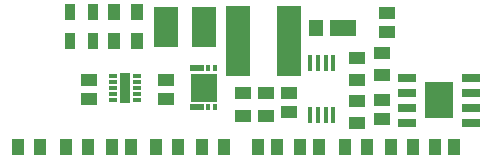
<source format=gbr>
%TF.GenerationSoftware,KiCad,Pcbnew,(6.0.2)*%
%TF.CreationDate,2022-03-10T12:52:18+01:00*%
%TF.ProjectId,SolarCharger,536f6c61-7243-4686-9172-6765722e6b69,rev?*%
%TF.SameCoordinates,Original*%
%TF.FileFunction,Paste,Top*%
%TF.FilePolarity,Positive*%
%FSLAX46Y46*%
G04 Gerber Fmt 4.6, Leading zero omitted, Abs format (unit mm)*
G04 Created by KiCad (PCBNEW (6.0.2)) date 2022-03-10 12:52:18*
%MOMM*%
%LPD*%
G01*
G04 APERTURE LIST*
%ADD10R,1.000000X1.450000*%
%ADD11R,1.470000X1.020000*%
%ADD12R,1.020000X1.470000*%
%ADD13R,2.300000X1.400000*%
%ADD14R,1.250000X1.400000*%
%ADD15R,2.000000X3.500000*%
%ADD16R,0.700000X0.300000*%
%ADD17R,0.940000X2.500000*%
%ADD18R,1.200000X0.500000*%
%ADD19R,0.400000X0.500000*%
%ADD20R,2.210000X2.400000*%
%ADD21R,0.450000X1.400000*%
%ADD22R,1.525000X0.650000*%
%ADD23R,2.400000X3.100000*%
%ADD24R,2.010000X6.000000*%
%ADD25R,0.900000X1.400000*%
%ADD26R,1.450000X1.000000*%
G04 APERTURE END LIST*
D10*
%TO.C,R6*%
X94750000Y-53700000D03*
X92850000Y-53700000D03*
%TD*%
D11*
%TO.C,C1*%
X87200000Y-48100000D03*
X87200000Y-49700000D03*
%TD*%
D12*
%TO.C,C2*%
X89180000Y-53700000D03*
X90780000Y-53700000D03*
%TD*%
D11*
%TO.C,C3*%
X93720000Y-48100000D03*
X93720000Y-49700000D03*
%TD*%
D12*
%TO.C,C4*%
X103100000Y-53700000D03*
X101500000Y-53700000D03*
%TD*%
%TO.C,C5*%
X105100000Y-53700000D03*
X106700000Y-53700000D03*
%TD*%
D11*
%TO.C,C6*%
X112000000Y-51400000D03*
X112000000Y-49800000D03*
%TD*%
%TO.C,C7*%
X104140000Y-49190000D03*
X104140000Y-50790000D03*
%TD*%
D12*
%TO.C,C8*%
X116500000Y-53700000D03*
X118100000Y-53700000D03*
%TD*%
D11*
%TO.C,C9*%
X112400000Y-44000000D03*
X112400000Y-42400000D03*
%TD*%
D13*
%TO.C,D1*%
X108700000Y-43700000D03*
D14*
X106375000Y-43700000D03*
%TD*%
D15*
%TO.C,H1*%
X96900000Y-43600000D03*
%TD*%
%TO.C,H2*%
X93700000Y-43600000D03*
%TD*%
D16*
%TO.C,IC1*%
X89250000Y-47767500D03*
X89250000Y-48267500D03*
X89250000Y-48767500D03*
X89250000Y-49267500D03*
X89250000Y-49767500D03*
X91250000Y-49767500D03*
X91250000Y-49267500D03*
X91250000Y-48767500D03*
X91250000Y-48267500D03*
X91250000Y-47767500D03*
D17*
X90250000Y-48767500D03*
%TD*%
D18*
%TO.C,IC2*%
X96350000Y-50380000D03*
D19*
X97300000Y-50380000D03*
X97850000Y-50380000D03*
X97850000Y-47080000D03*
X97300000Y-47080000D03*
D18*
X96350000Y-47080000D03*
D20*
X96900000Y-48730000D03*
%TD*%
D21*
%TO.C,IC3*%
X107875000Y-46600000D03*
X107225000Y-46600000D03*
X106575000Y-46600000D03*
X105925000Y-46600000D03*
X105925000Y-51000000D03*
X106575000Y-51000000D03*
X107225000Y-51000000D03*
X107875000Y-51000000D03*
%TD*%
D22*
%TO.C,IC4*%
X114088000Y-47895000D03*
X114088000Y-49165000D03*
X114088000Y-50435000D03*
X114088000Y-51705000D03*
X119512000Y-51705000D03*
X119512000Y-50435000D03*
X119512000Y-49165000D03*
X119512000Y-47895000D03*
D23*
X116800000Y-49800000D03*
%TD*%
D24*
%TO.C,L1*%
X104150000Y-44800000D03*
X99850000Y-44800000D03*
%TD*%
D25*
%TO.C,LED1*%
X85600000Y-44800000D03*
X87500000Y-44800000D03*
%TD*%
%TO.C,LED2*%
X85600000Y-42300000D03*
X87500000Y-42300000D03*
%TD*%
D10*
%TO.C,R1*%
X81150000Y-53700000D03*
X83050000Y-53700000D03*
%TD*%
%TO.C,R2*%
X85210000Y-53700000D03*
X87110000Y-53700000D03*
%TD*%
%TO.C,R3*%
X98650000Y-53700000D03*
X96750000Y-53700000D03*
%TD*%
%TO.C,R4*%
X91250000Y-44800000D03*
X89350000Y-44800000D03*
%TD*%
%TO.C,R5*%
X91250000Y-42300000D03*
X89350000Y-42300000D03*
%TD*%
D26*
%TO.C,R7*%
X102220000Y-49200000D03*
X102220000Y-51100000D03*
%TD*%
%TO.C,R8*%
X100200000Y-49200000D03*
X100200000Y-51100000D03*
%TD*%
%TO.C,R9*%
X109900000Y-46200000D03*
X109900000Y-48100000D03*
%TD*%
%TO.C,R10*%
X109900000Y-51750000D03*
X109900000Y-49850000D03*
%TD*%
D10*
%TO.C,R11*%
X108850000Y-53700000D03*
X110750000Y-53700000D03*
%TD*%
D26*
%TO.C,R12*%
X112000000Y-45750000D03*
X112000000Y-47650000D03*
%TD*%
D10*
%TO.C,R13*%
X114650000Y-53700000D03*
X112750000Y-53700000D03*
%TD*%
M02*

</source>
